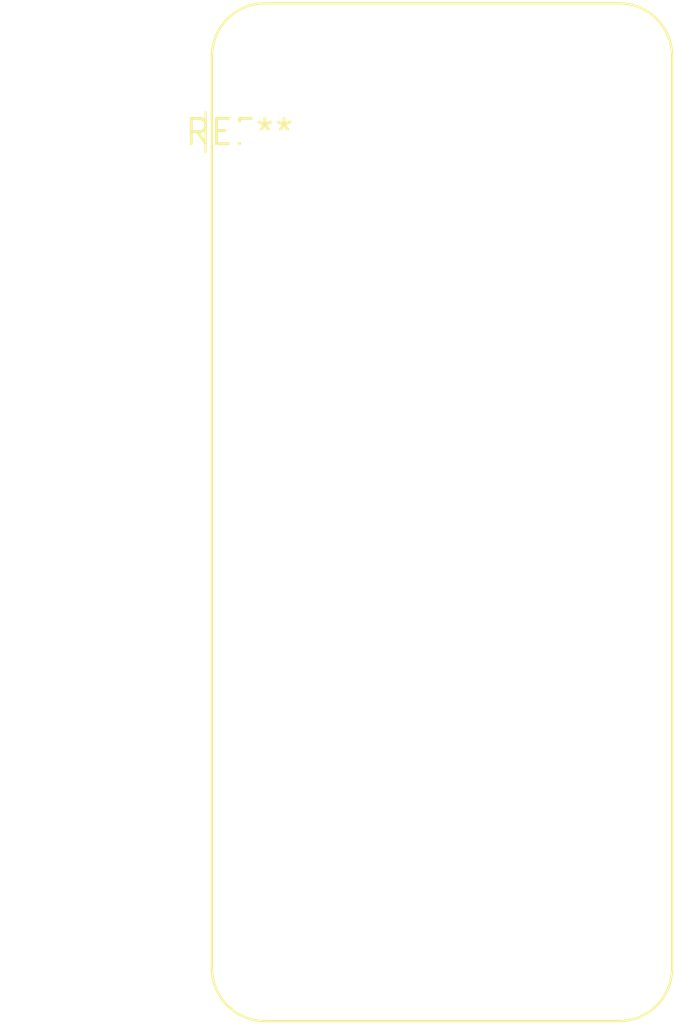
<source format=kicad_pcb>
(kicad_pcb (version 20240108) (generator pcbnew)
  (layers (0 "F.Cu" signal) (31 "B.Cu" signal) (34 "B.Paste" user) (35 "F.Paste" user) (36 "B.SilkS" user "B.Silkscreen") (37 "F.SilkS" user "F.Silkscreen") (38 "B.Mask" user) (39 "F.Mask" user) (44 "Edge.Cuts" user))
  (net 0 "")
  (footprint "Adafruit_Feather_M0_RFM" (layer "F.Cu") (at 0 0)
    (property "Reference" "REF**")
    (property "Value" "Adafruit_Feather_M0_RFM")
    (fp_line (start -1.7 1) (end -1.7 -1) (layer "F.SilkS") (stroke (width 0.12)))
    (fp_line (start -1.38 -3.81) (end -1.38 41.91) (layer "F.SilkS") (stroke (width 0.12)))
    (fp_line (start 19.05 -6.46) (end 1.27 -6.46) (layer "F.SilkS") (stroke (width 0.12)))
    (fp_line (start 19.05 44.56) (end 1.27 44.56) (layer "F.SilkS") (stroke (width 0.12)))
    (fp_line (start 21.7 -3.81) (end 21.7 41.91) (layer "F.SilkS") (stroke (width 0.12)))
    (fp_arc (start -1.38 -3.81) (mid -0.603833 -5.683833) (end 1.27 -6.46) (layer "F.SilkS") (stroke (width 0.12)))
    (fp_arc (start 1.27 44.56) (mid -0.603833 43.783833) (end -1.38 41.91) (layer "F.SilkS") (stroke (width 0.12)))
    (fp_arc (start 19.05 -6.46) (mid 20.923833 -5.683833) (end 21.7 -3.81) (layer "F.SilkS") (stroke (width 0.12)))
    (fp_arc (start 21.7 41.91) (mid 20.923833 43.783833) (end 19.05 44.56) (layer "F.SilkS") (stroke (width 0.12)))
    (pad "1" thru_hole roundrect (at 0 0) (size 2.6 1.6) (drill 1 (offset 0.3 0)) (layers *.Cu *.Mask) (remove_unused_layers) (roundrect_rratio 0.15625))
    (pad "2" thru_hole oval (at 0 2.54) (size 2.6 1.6) (drill 1 (offset 0.3 0)) (layers *.Cu *.Mask) (remove_unused_layers))
    (pad "3" thru_hole oval (at 0 5.08) (size 2.6 1.6) (drill 1 (offset 0.3 0)) (layers *.Cu *.Mask) (remove_unused_layers))
    (pad "4" thru_hole oval (at 0 7.62) (size 2.6 1.6) (drill 1 (offset 0.3 0)) (layers *.Cu *.Mask) (remove_unused_layers))
    (pad "5" thru_hole oval (at 0 10.16) (size 2.6 1.6) (drill 1 (offset 0.3 0)) (layers *.Cu *.Mask) (remove_unused_layers))
    (pad "6" thru_hole oval (at 0 12.7) (size 2.6 1.6) (drill 1 (offset 0.3 0)) (layers *.Cu *.Mask) (remove_unused_layers))
    (pad "7" thru_hole oval (at 0 15.24) (size 2.6 1.6) (drill 1 (offset 0.3 0)) (layers *.Cu *.Mask) (remove_unused_layers))
    (pad "8" thru_hole oval (at 0 17.78) (size 2.6 1.6) (drill 1 (offset 0.3 0)) (layers *.Cu *.Mask) (remove_unused_layers))
    (pad "9" thru_hole oval (at 0 20.32) (size 2.6 1.6) (drill 1 (offset 0.3 0)) (layers *.Cu *.Mask) (remove_unused_layers))
    (pad "10" thru_hole oval (at 0 22.86) (size 2.6 1.6) (drill 1 (offset 0.3 0)) (layers *.Cu *.Mask) (remove_unused_layers))
    (pad "11" thru_hole oval (at 0 25.4) (size 2.6 1.6) (drill 1 (offset 0.3 0)) (layers *.Cu *.Mask) (remove_unused_layers))
    (pad "12" thru_hole oval (at 0 27.94) (size 2.6 1.6) (drill 1 (offset 0.3 0)) (layers *.Cu *.Mask) (remove_unused_layers))
    (pad "13" thru_hole oval (at 0 30.48) (size 2.6 1.6) (drill 1 (offset 0.3 0)) (layers *.Cu *.Mask) (remove_unused_layers))
    (pad "14" thru_hole oval (at 0 33.02) (size 2.6 1.6) (drill 1 (offset 0.3 0)) (layers *.Cu *.Mask) (remove_unused_layers))
    (pad "15" thru_hole oval (at 0 35.56) (size 2.6 1.6) (drill 1 (offset 0.3 0)) (layers *.Cu *.Mask) (remove_unused_layers))
    (pad "16" thru_hole oval (at 0 38.1) (size 2.6 1.6) (drill 1 (offset 0.3 0)) (layers *.Cu *.Mask) (remove_unused_layers))
    (pad "17" thru_hole oval (at 20.32 38.1 180) (size 2.6 1.6) (drill 1 (offset 0.3 0)) (layers *.Cu *.Mask) (remove_unused_layers))
    (pad "18" thru_hole oval (at 20.32 35.56 180) (size 2.6 1.6) (drill 1 (offset 0.3 0)) (layers *.Cu *.Mask) (remove_unused_layers))
    (pad "19" thru_hole oval (at 20.32 33.02 180) (size 2.6 1.6) (drill 1 (offset 0.3 0)) (layers *.Cu *.Mask) (remove_unused_layers))
    (pad "20" thru_hole oval (at 20.32 30.48 180) (size 2.6 1.6) (drill 1 (offset 0.3 0)) (layers *.Cu *.Mask) (remove_unused_layers))
    (pad "21" thru_hole oval (at 20.32 27.94 180) (size 2.6 1.6) (drill 1 (offset 0.3 0)) (layers *.Cu *.Mask) (remove_unused_layers))
    (pad "22" thru_hole oval (at 20.32 25.4 180) (size 2.6 1.6) (drill 1 (offset 0.3 0)) (layers *.Cu *.Mask) (remove_unused_layers))
    (pad "23" thru_hole oval (at 20.32 22.86 180) (size 2.6 1.6) (drill 1 (offset 0.3 0)) (layers *.Cu *.Mask) (remove_unused_layers))
    (pad "24" thru_hole oval (at 20.32 20.32 180) (size 2.6 1.6) (drill 1 (offset 0.3 0)) (layers *.Cu *.Mask) (remove_unused_layers))
    (pad "25" thru_hole oval (at 20.32 17.78 180) (size 2.6 1.6) (drill 1 (offset 0.3 0)) (layers *.Cu *.Mask) (remove_unused_layers))
    (pad "26" thru_hole oval (at 20.32 15.24 180) (size 2.6 1.6) (drill 1 (offset 0.3 0)) (layers *.Cu *.Mask) (remove_unused_layers))
    (pad "27" thru_hole oval (at 20.32 12.7 180) (size 2.6 1.6) (drill 1 (offset 0.3 0)) (layers *.Cu *.Mask) (remove_unused_layers))
    (pad "28" thru_hole oval (at 20.32 10.16 180) (size 2.6 1.6) (drill 1 (offset 0.3 0)) (layers *.Cu *.Mask) (remove_unused_layers))
    (pad "29" thru_hole oval (at 3.81 43.18 90) (size 2.6 1.6) (drill 1 (offset 0.3 0)) (layers *.Cu *.Mask) (remove_unused_layers))
    (pad "30" thru_hole oval (at 11.43 43.18 90) (size 2.6 1.6) (drill 1 (offset 0.3 0)) (layers *.Cu *.Mask) (remove_unused_layers))
    (pad "31" thru_hole oval (at 13.97 43.18 90) (size 2.6 1.6) (drill 1 (offset 0.3 0)) (layers *.Cu *.Mask) (remove_unused_layers))
    (pad "32" thru_hole oval (at 16.51 43.18 90) (size 2.6 1.6) (drill 1 (offset 0.3 0)) (layers *.Cu *.Mask) (remove_unused_layers))
  )
)
</source>
